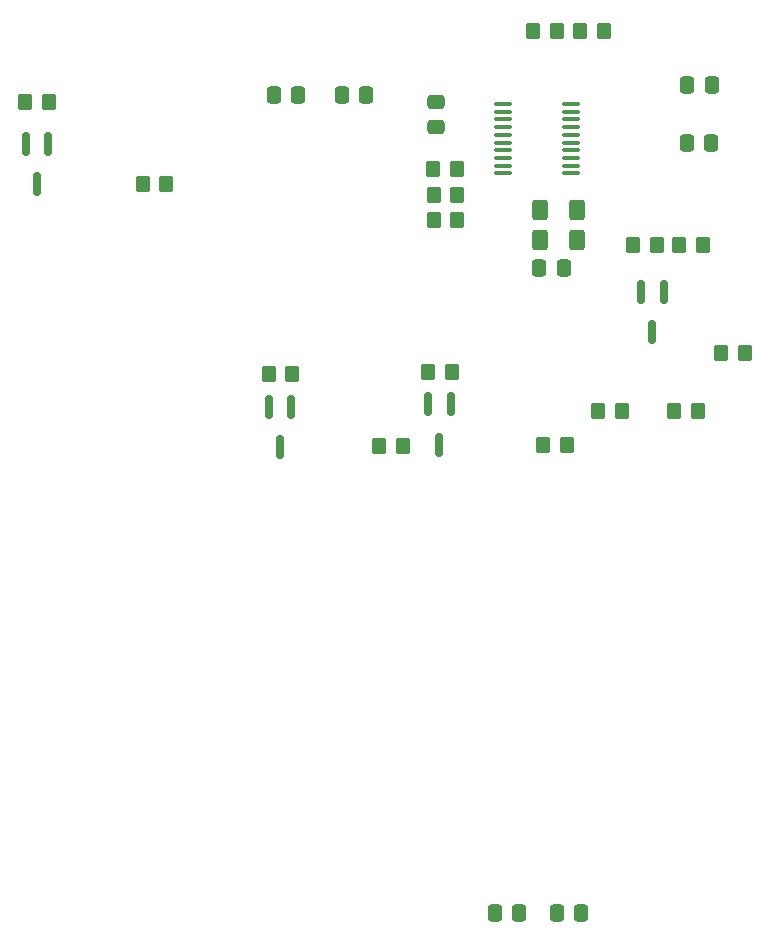
<source format=gbr>
%TF.GenerationSoftware,KiCad,Pcbnew,8.0.6*%
%TF.CreationDate,2024-12-30T11:18:50+02:00*%
%TF.ProjectId,project,70726f6a-6563-4742-9e6b-696361645f70,rev?*%
%TF.SameCoordinates,Original*%
%TF.FileFunction,Paste,Bot*%
%TF.FilePolarity,Positive*%
%FSLAX46Y46*%
G04 Gerber Fmt 4.6, Leading zero omitted, Abs format (unit mm)*
G04 Created by KiCad (PCBNEW 8.0.6) date 2024-12-30 11:18:50*
%MOMM*%
%LPD*%
G01*
G04 APERTURE LIST*
G04 Aperture macros list*
%AMRoundRect*
0 Rectangle with rounded corners*
0 $1 Rounding radius*
0 $2 $3 $4 $5 $6 $7 $8 $9 X,Y pos of 4 corners*
0 Add a 4 corners polygon primitive as box body*
4,1,4,$2,$3,$4,$5,$6,$7,$8,$9,$2,$3,0*
0 Add four circle primitives for the rounded corners*
1,1,$1+$1,$2,$3*
1,1,$1+$1,$4,$5*
1,1,$1+$1,$6,$7*
1,1,$1+$1,$8,$9*
0 Add four rect primitives between the rounded corners*
20,1,$1+$1,$2,$3,$4,$5,0*
20,1,$1+$1,$4,$5,$6,$7,0*
20,1,$1+$1,$6,$7,$8,$9,0*
20,1,$1+$1,$8,$9,$2,$3,0*%
G04 Aperture macros list end*
%ADD10RoundRect,0.175000X-0.175000X0.825000X-0.175000X-0.825000X0.175000X-0.825000X0.175000X0.825000X0*%
%ADD11RoundRect,0.100000X0.637500X0.100000X-0.637500X0.100000X-0.637500X-0.100000X0.637500X-0.100000X0*%
%ADD12RoundRect,0.250000X-0.337500X-0.475000X0.337500X-0.475000X0.337500X0.475000X-0.337500X0.475000X0*%
%ADD13RoundRect,0.250000X-0.350000X-0.450000X0.350000X-0.450000X0.350000X0.450000X-0.350000X0.450000X0*%
%ADD14RoundRect,0.250000X0.350000X0.450000X-0.350000X0.450000X-0.350000X-0.450000X0.350000X-0.450000X0*%
%ADD15RoundRect,0.250000X-0.400000X-0.625000X0.400000X-0.625000X0.400000X0.625000X-0.400000X0.625000X0*%
%ADD16RoundRect,0.250000X0.337500X0.475000X-0.337500X0.475000X-0.337500X-0.475000X0.337500X-0.475000X0*%
%ADD17RoundRect,0.250000X-0.475000X0.337500X-0.475000X-0.337500X0.475000X-0.337500X0.475000X0.337500X0*%
G04 APERTURE END LIST*
D10*
%TO.C,Q4*%
X140172500Y-79697500D03*
X142072500Y-79697500D03*
X141122500Y-83097500D03*
%TD*%
D11*
%TO.C,U2*%
X152260000Y-54270000D03*
X152260000Y-54920000D03*
X152260000Y-55570000D03*
X152260000Y-56220000D03*
X152260000Y-56870000D03*
X152260000Y-57520000D03*
X152260000Y-58170000D03*
X152260000Y-58820000D03*
X152260000Y-59470000D03*
X152260000Y-60120000D03*
X146535000Y-60120000D03*
X146535000Y-59470000D03*
X146535000Y-58820000D03*
X146535000Y-58170000D03*
X146535000Y-57520000D03*
X146535000Y-56870000D03*
X146535000Y-56220000D03*
X146535000Y-55570000D03*
X146535000Y-54920000D03*
X146535000Y-54270000D03*
%TD*%
D12*
%TO.C,C12*%
X151062500Y-122750000D03*
X153137500Y-122750000D03*
%TD*%
D13*
%TO.C,R1*%
X149060000Y-48070000D03*
X151060000Y-48070000D03*
%TD*%
D12*
%TO.C,C7*%
X127112500Y-53500000D03*
X129187500Y-53500000D03*
%TD*%
D14*
%TO.C,R11*%
X167000000Y-75350000D03*
X165000000Y-75350000D03*
%TD*%
D12*
%TO.C,C3*%
X162072500Y-57520000D03*
X164147500Y-57520000D03*
%TD*%
D13*
%TO.C,R10*%
X161410000Y-66205000D03*
X163410000Y-66205000D03*
%TD*%
%TO.C,R20*%
X140172500Y-76947500D03*
X142172500Y-76947500D03*
%TD*%
D14*
%TO.C,R12*%
X142650000Y-61950000D03*
X140650000Y-61950000D03*
%TD*%
D10*
%TO.C,Q1*%
X158210000Y-70155000D03*
X160110000Y-70155000D03*
X159160000Y-73555000D03*
%TD*%
D14*
%TO.C,R16*%
X138027500Y-83232500D03*
X136027500Y-83232500D03*
%TD*%
D13*
%TO.C,R9*%
X157510000Y-66205000D03*
X159510000Y-66205000D03*
%TD*%
%TO.C,R25*%
X161000000Y-80265000D03*
X163000000Y-80265000D03*
%TD*%
D15*
%TO.C,R7*%
X149660000Y-63255000D03*
X152760000Y-63255000D03*
%TD*%
D14*
%TO.C,R15*%
X117998750Y-61073750D03*
X115998750Y-61073750D03*
%TD*%
D16*
%TO.C,C9*%
X134937500Y-53500000D03*
X132862500Y-53500000D03*
%TD*%
D17*
%TO.C,C4*%
X140800000Y-54112500D03*
X140800000Y-56187500D03*
%TD*%
D10*
%TO.C,Q3*%
X126677500Y-79882500D03*
X128577500Y-79882500D03*
X127627500Y-83282500D03*
%TD*%
D12*
%TO.C,C15*%
X145812500Y-122750000D03*
X147887500Y-122750000D03*
%TD*%
D13*
%TO.C,R19*%
X126677500Y-77152500D03*
X128677500Y-77152500D03*
%TD*%
D14*
%TO.C,R17*%
X151922500Y-83097500D03*
X149922500Y-83097500D03*
%TD*%
%TO.C,R13*%
X142650000Y-64100000D03*
X140650000Y-64100000D03*
%TD*%
D13*
%TO.C,R18*%
X106078750Y-54118750D03*
X108078750Y-54118750D03*
%TD*%
%TO.C,R2*%
X153060000Y-48070000D03*
X155060000Y-48070000D03*
%TD*%
D14*
%TO.C,R14*%
X142610000Y-59800000D03*
X140610000Y-59800000D03*
%TD*%
D12*
%TO.C,C6*%
X149572500Y-68105000D03*
X151647500Y-68105000D03*
%TD*%
D15*
%TO.C,R8*%
X149660000Y-65755000D03*
X152760000Y-65755000D03*
%TD*%
D12*
%TO.C,C1*%
X162122500Y-52620000D03*
X164197500Y-52620000D03*
%TD*%
D13*
%TO.C,R24*%
X154550000Y-80250000D03*
X156550000Y-80250000D03*
%TD*%
D10*
%TO.C,Q2*%
X106126250Y-57673750D03*
X108026250Y-57673750D03*
X107076250Y-61073750D03*
%TD*%
M02*

</source>
